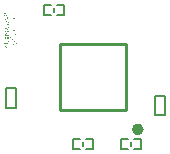
<source format=gbo>
G04*
G04 #@! TF.GenerationSoftware,Altium Limited,Altium Designer,18.1.9 (240)*
G04*
G04 Layer_Color=32896*
%FSLAX25Y25*%
%MOIN*%
G70*
G01*
G75*
%ADD16C,0.00600*%
%ADD40C,0.01000*%
%ADD48C,0.02000*%
G36*
X324922Y304702D02*
X324925Y304655D01*
Y304521D01*
X324928Y304497D01*
Y304414D01*
X324925Y304353D01*
X324922Y304294D01*
X324914Y304242D01*
X324906Y304192D01*
X324895Y304145D01*
X324884Y304103D01*
X324873Y304064D01*
X324859Y304029D01*
X324845Y303998D01*
X324834Y303970D01*
X324823Y303948D01*
X324812Y303929D01*
X324803Y303915D01*
X324795Y303904D01*
X324792Y303898D01*
X324790Y303895D01*
X324762Y303862D01*
X324734Y303835D01*
X324704Y303807D01*
X324670Y303787D01*
X324640Y303768D01*
X324609Y303754D01*
X324549Y303729D01*
X324496Y303718D01*
X324474Y303713D01*
X324454Y303710D01*
X324438Y303707D01*
X324427D01*
X324418D01*
X324416D01*
X324371Y303710D01*
X324330Y303721D01*
X324294Y303735D01*
X324260Y303751D01*
X324236Y303771D01*
X324216Y303785D01*
X324202Y303796D01*
X324200Y303799D01*
X324166Y303835D01*
X324141Y303871D01*
X324119Y303909D01*
X324103Y303945D01*
X324089Y303979D01*
X324080Y304004D01*
X324078Y304023D01*
X324075Y304026D01*
Y304029D01*
X324069D01*
X324053Y303981D01*
X324033Y303937D01*
X324011Y303901D01*
X323989Y303871D01*
X323967Y303846D01*
X323950Y303829D01*
X323939Y303818D01*
X323934Y303815D01*
X323895Y303790D01*
X323853Y303771D01*
X323812Y303757D01*
X323773Y303746D01*
X323740Y303740D01*
X323715Y303738D01*
X323704D01*
X323695D01*
X323693D01*
X323690D01*
X323632Y303743D01*
X323585Y303754D01*
X323540Y303774D01*
X323507Y303793D01*
X323479Y303812D01*
X323460Y303832D01*
X323446Y303843D01*
X323443Y303848D01*
X323416Y303893D01*
X323394Y303940D01*
X323380Y303990D01*
X323369Y304040D01*
X323363Y304081D01*
X323360Y304100D01*
X323358Y304117D01*
Y304256D01*
X323360Y304278D01*
Y304350D01*
X323363Y304380D01*
Y304591D01*
X323418Y304594D01*
X323479Y304596D01*
X323601Y304607D01*
X323726Y304619D01*
X323784Y304624D01*
X323842Y304630D01*
X323895Y304635D01*
X323945Y304641D01*
X323989Y304643D01*
X324028Y304649D01*
X324058Y304652D01*
X324083Y304655D01*
X324097Y304657D01*
X324103D01*
X324366Y304688D01*
X324443Y304696D01*
X324515Y304704D01*
X324582Y304710D01*
X324637Y304718D01*
X324690Y304724D01*
X324734Y304729D01*
X324776Y304732D01*
X324809Y304738D01*
X324839Y304740D01*
X324862Y304743D01*
X324881Y304746D01*
X324898Y304749D01*
X324909D01*
X324917Y304751D01*
X324920D01*
X324922D01*
Y304702D01*
D02*
G37*
G36*
X327126Y303263D02*
X327024Y303224D01*
X327029Y303340D01*
X327032Y303459D01*
X327035Y303576D01*
Y303684D01*
X327038Y303733D01*
Y303919D01*
X327035D01*
X327002Y303866D01*
X326968Y303817D01*
X326938Y303769D01*
X326910Y303728D01*
X326883Y303686D01*
X326858Y303650D01*
X326833Y303620D01*
X326813Y303589D01*
X326794Y303565D01*
X326777Y303542D01*
X326764Y303523D01*
X326752Y303509D01*
X326741Y303495D01*
X326736Y303487D01*
X326730Y303484D01*
Y303481D01*
X326686Y303432D01*
X326642Y303387D01*
X326603Y303351D01*
X326564Y303321D01*
X326534Y303299D01*
X326511Y303285D01*
X326495Y303274D01*
X326489Y303271D01*
X326442Y303249D01*
X326392Y303232D01*
X326345Y303218D01*
X326301Y303210D01*
X326265Y303204D01*
X326234Y303202D01*
X326223D01*
X326215D01*
X326209D01*
X326207D01*
X326149Y303207D01*
X326096Y303218D01*
X326052Y303238D01*
X326013Y303257D01*
X325985Y303276D01*
X325963Y303296D01*
X325952Y303307D01*
X325946Y303312D01*
X325916Y303357D01*
X325891Y303409D01*
X325874Y303462D01*
X325863Y303515D01*
X325858Y303562D01*
X325855Y303581D01*
X325852Y303598D01*
Y303675D01*
X325855Y303717D01*
X325858Y303733D01*
Y303747D01*
X325860Y303756D01*
Y303758D01*
X325869Y303805D01*
X325871Y303828D01*
X325877Y303844D01*
X325880Y303861D01*
X325883Y303872D01*
X325885Y303880D01*
Y303883D01*
X325993Y303922D01*
X325985Y303889D01*
X325977Y303858D01*
X325971Y303833D01*
X325969Y303811D01*
X325963Y303792D01*
Y303781D01*
X325960Y303772D01*
Y303769D01*
X325955Y303725D01*
X325952Y303684D01*
Y303642D01*
X325955Y303587D01*
X325963Y303537D01*
X325974Y303495D01*
X325985Y303462D01*
X325996Y303434D01*
X326007Y303415D01*
X326016Y303401D01*
X326018Y303398D01*
X326046Y303368D01*
X326077Y303346D01*
X326110Y303332D01*
X326140Y303321D01*
X326171Y303315D01*
X326193Y303310D01*
X326209D01*
X326212D01*
X326215D01*
X326265Y303312D01*
X326315Y303321D01*
X326362Y303335D01*
X326406Y303354D01*
X326448Y303373D01*
X326489Y303398D01*
X326528Y303423D01*
X326561Y303448D01*
X326594Y303476D01*
X326622Y303501D01*
X326647Y303526D01*
X326666Y303545D01*
X326683Y303565D01*
X326694Y303578D01*
X326702Y303587D01*
X326705Y303589D01*
X326744Y303639D01*
X326780Y303686D01*
X326813Y303731D01*
X326844Y303775D01*
X326869Y303811D01*
X326894Y303847D01*
X326913Y303880D01*
X326932Y303908D01*
X326949Y303936D01*
X326963Y303958D01*
X326974Y303977D01*
X326982Y303994D01*
X326988Y304005D01*
X326993Y304013D01*
X326996Y304019D01*
Y304022D01*
X327126Y304052D01*
Y303263D01*
D02*
G37*
G36*
X325446Y303488D02*
X325432Y303422D01*
X325416Y303366D01*
X325393Y303317D01*
X325371Y303281D01*
X325355Y303253D01*
X325341Y303236D01*
X325335Y303231D01*
X325288Y303186D01*
X325233Y303150D01*
X325175Y303117D01*
X325119Y303092D01*
X325069Y303073D01*
X325047Y303064D01*
X325028Y303059D01*
X325014Y303053D01*
X325003Y303051D01*
X324994Y303048D01*
X324992D01*
X324947Y303034D01*
X324898Y303017D01*
X324848Y302998D01*
X324795Y302976D01*
X324687Y302929D01*
X324582Y302879D01*
X324532Y302854D01*
X324488Y302829D01*
X324446Y302810D01*
X324410Y302790D01*
X324382Y302774D01*
X324360Y302763D01*
X324346Y302754D01*
X324341Y302751D01*
X324263Y302710D01*
X324194Y302671D01*
X324130Y302641D01*
X324072Y302613D01*
X324022Y302588D01*
X323975Y302569D01*
X323934Y302552D01*
X323898Y302541D01*
X323867Y302530D01*
X323839Y302524D01*
X323820Y302519D01*
X323801Y302513D01*
X323790D01*
X323781Y302510D01*
X323776D01*
X323773D01*
X323784Y302641D01*
X323806Y302643D01*
X323834Y302646D01*
X323892Y302663D01*
X323959Y302685D01*
X324022Y302710D01*
X324083Y302738D01*
X324111Y302749D01*
X324133Y302760D01*
X324152Y302768D01*
X324166Y302776D01*
X324177Y302779D01*
X324180Y302782D01*
X324283Y302832D01*
X324380Y302876D01*
X324421Y302896D01*
X324463Y302915D01*
X324501Y302932D01*
X324537Y302948D01*
X324568Y302962D01*
X324596Y302976D01*
X324621Y302987D01*
X324640Y302995D01*
X324657Y303004D01*
X324668Y303006D01*
X324676Y303012D01*
X324679D01*
X324723Y303031D01*
X324740Y303040D01*
X324751Y303042D01*
X324756Y303048D01*
X324759D01*
Y303062D01*
X324740D01*
X324720Y303067D01*
X324673Y303076D01*
X324651Y303081D01*
X324634Y303084D01*
X324623Y303089D01*
X324618D01*
X324573Y303100D01*
X324526Y303114D01*
X324474Y303128D01*
X324421Y303145D01*
X324374Y303159D01*
X324355Y303164D01*
X324338Y303170D01*
X324321Y303175D01*
X324310Y303178D01*
X324305Y303181D01*
X324302D01*
X324222Y303206D01*
X324180Y303220D01*
X324144Y303231D01*
X324108Y303242D01*
X324078Y303253D01*
X324050Y303261D01*
X324022Y303270D01*
X324000Y303275D01*
X323981Y303283D01*
X323950Y303292D01*
X323928Y303297D01*
X323914Y303303D01*
X323911D01*
X323881Y303311D01*
X323853Y303317D01*
X323831Y303319D01*
X323809Y303322D01*
X323795Y303325D01*
X323781D01*
X323776D01*
X323773D01*
X323787Y303447D01*
X323812Y303444D01*
X323842Y303441D01*
X323878Y303433D01*
X323917Y303422D01*
X323959Y303411D01*
X324003Y303397D01*
X324094Y303366D01*
X324139Y303353D01*
X324180Y303339D01*
X324216Y303325D01*
X324252Y303314D01*
X324280Y303303D01*
X324299Y303294D01*
X324313Y303292D01*
X324319Y303289D01*
X324393Y303261D01*
X324465Y303236D01*
X324529Y303217D01*
X324587Y303198D01*
X324640Y303181D01*
X324687Y303170D01*
X324731Y303159D01*
X324767Y303150D01*
X324801Y303145D01*
X324828Y303139D01*
X324851Y303136D01*
X324870Y303134D01*
X324884Y303131D01*
X324892D01*
X324898D01*
X324900D01*
X324936Y303134D01*
X324970Y303136D01*
X325003Y303145D01*
X325033Y303153D01*
X325058Y303162D01*
X325078Y303167D01*
X325089Y303173D01*
X325094Y303175D01*
X325130Y303195D01*
X325166Y303217D01*
X325197Y303242D01*
X325222Y303267D01*
X325244Y303289D01*
X325260Y303308D01*
X325272Y303319D01*
X325274Y303325D01*
X325302Y303364D01*
X325321Y303405D01*
X325335Y303444D01*
X325344Y303483D01*
X325349Y303516D01*
X325355Y303541D01*
Y303563D01*
X325452D01*
X325446Y303488D01*
D02*
G37*
G36*
X326711Y302930D02*
X326783Y302919D01*
X326849Y302903D01*
X326902Y302883D01*
X326924Y302872D01*
X326943Y302864D01*
X326963Y302855D01*
X326977Y302847D01*
X326988Y302839D01*
X326996Y302836D01*
X326999Y302831D01*
X327002D01*
X327027Y302808D01*
X327046Y302786D01*
X327065Y302764D01*
X327082Y302739D01*
X327107Y302686D01*
X327124Y302637D01*
X327132Y302592D01*
X327135Y302573D01*
X327137Y302556D01*
X327140Y302542D01*
Y302523D01*
X327137Y302487D01*
X327135Y302451D01*
X327121Y302387D01*
X327101Y302332D01*
X327077Y302282D01*
X327054Y302246D01*
X327035Y302216D01*
X327027Y302207D01*
X327021Y302199D01*
X327015Y302196D01*
Y302193D01*
X326966Y302149D01*
X326916Y302110D01*
X326866Y302077D01*
X326819Y302049D01*
X326777Y302030D01*
X326758Y302022D01*
X326744Y302016D01*
X326730Y302010D01*
X326722Y302008D01*
X326716Y302005D01*
X326714D01*
X326647Y301986D01*
X326586Y301969D01*
X326531Y301958D01*
X326478Y301952D01*
X326437Y301947D01*
X326420D01*
X326406Y301944D01*
X326395D01*
X326387D01*
X326381D01*
X326378D01*
X326298Y301952D01*
X326226Y301963D01*
X326162Y301983D01*
X326113Y302002D01*
X326090Y302010D01*
X326071Y302019D01*
X326054Y302030D01*
X326041Y302035D01*
X326029Y302044D01*
X326021Y302046D01*
X326018Y302052D01*
X326016D01*
X325991Y302071D01*
X325971Y302094D01*
X325952Y302116D01*
X325938Y302144D01*
X325913Y302193D01*
X325897Y302246D01*
X325888Y302293D01*
X325883Y302315D01*
Y302332D01*
X325880Y302346D01*
Y302401D01*
X325885Y302432D01*
X325899Y302492D01*
X325919Y302545D01*
X325941Y302590D01*
X325963Y302628D01*
X325982Y302656D01*
X325991Y302664D01*
X325996Y302673D01*
X325999Y302675D01*
X326002Y302678D01*
X326049Y302722D01*
X326099Y302761D01*
X326146Y302794D01*
X326193Y302822D01*
X326234Y302844D01*
X326265Y302858D01*
X326279Y302864D01*
X326287Y302869D01*
X326293Y302872D01*
X326295D01*
X326359Y302894D01*
X326420Y302908D01*
X326478Y302919D01*
X326528Y302927D01*
X326570Y302933D01*
X326586D01*
X326600Y302936D01*
X326611D01*
X326619D01*
X326625D01*
X326628D01*
X326711Y302930D01*
D02*
G37*
G36*
X327126Y300958D02*
X327024Y300919D01*
X327029Y301035D01*
X327032Y301155D01*
X327035Y301271D01*
Y301379D01*
X327038Y301429D01*
Y301614D01*
X327035D01*
X327002Y301562D01*
X326968Y301512D01*
X326938Y301465D01*
X326910Y301423D01*
X326883Y301382D01*
X326858Y301346D01*
X326833Y301315D01*
X326813Y301285D01*
X326794Y301260D01*
X326777Y301238D01*
X326764Y301218D01*
X326752Y301204D01*
X326741Y301191D01*
X326736Y301182D01*
X326730Y301180D01*
Y301177D01*
X326686Y301127D01*
X326642Y301083D01*
X326603Y301047D01*
X326564Y301016D01*
X326534Y300994D01*
X326511Y300980D01*
X326495Y300969D01*
X326489Y300966D01*
X326442Y300944D01*
X326392Y300927D01*
X326345Y300914D01*
X326301Y300905D01*
X326265Y300900D01*
X326234Y300897D01*
X326223D01*
X326215D01*
X326209D01*
X326207D01*
X326149Y300903D01*
X326096Y300914D01*
X326052Y300933D01*
X326013Y300952D01*
X325985Y300972D01*
X325963Y300991D01*
X325952Y301002D01*
X325946Y301008D01*
X325916Y301052D01*
X325891Y301105D01*
X325874Y301157D01*
X325863Y301210D01*
X325858Y301257D01*
X325855Y301276D01*
X325852Y301293D01*
Y301371D01*
X325855Y301412D01*
X325858Y301429D01*
Y301443D01*
X325860Y301451D01*
Y301454D01*
X325869Y301501D01*
X325871Y301523D01*
X325877Y301540D01*
X325880Y301556D01*
X325883Y301567D01*
X325885Y301576D01*
Y301578D01*
X325993Y301617D01*
X325985Y301584D01*
X325977Y301554D01*
X325971Y301529D01*
X325969Y301506D01*
X325963Y301487D01*
Y301476D01*
X325960Y301468D01*
Y301465D01*
X325955Y301420D01*
X325952Y301379D01*
Y301337D01*
X325955Y301282D01*
X325963Y301232D01*
X325974Y301191D01*
X325985Y301157D01*
X325996Y301130D01*
X326007Y301110D01*
X326016Y301096D01*
X326018Y301094D01*
X326046Y301063D01*
X326077Y301041D01*
X326110Y301027D01*
X326140Y301016D01*
X326171Y301011D01*
X326193Y301005D01*
X326209D01*
X326212D01*
X326215D01*
X326265Y301008D01*
X326315Y301016D01*
X326362Y301030D01*
X326406Y301049D01*
X326448Y301069D01*
X326489Y301094D01*
X326528Y301119D01*
X326561Y301144D01*
X326594Y301171D01*
X326622Y301196D01*
X326647Y301221D01*
X326666Y301240D01*
X326683Y301260D01*
X326694Y301274D01*
X326702Y301282D01*
X326705Y301285D01*
X326744Y301335D01*
X326780Y301382D01*
X326813Y301426D01*
X326844Y301470D01*
X326869Y301506D01*
X326894Y301542D01*
X326913Y301576D01*
X326932Y301603D01*
X326949Y301631D01*
X326963Y301653D01*
X326974Y301673D01*
X326982Y301689D01*
X326988Y301700D01*
X326993Y301709D01*
X326996Y301714D01*
Y301717D01*
X327126Y301747D01*
Y300958D01*
D02*
G37*
G36*
X324296Y301882D02*
X324357Y301876D01*
X324410Y301868D01*
X324463Y301857D01*
X324510Y301843D01*
X324554Y301829D01*
X324593Y301813D01*
X324629Y301796D01*
X324662Y301782D01*
X324690Y301765D01*
X324712Y301751D01*
X324731Y301738D01*
X324748Y301727D01*
X324759Y301718D01*
X324765Y301713D01*
X324767Y301710D01*
X324801Y301674D01*
X324828Y301638D01*
X324853Y301596D01*
X324875Y301558D01*
X324895Y301513D01*
X324909Y301472D01*
X324931Y301391D01*
X324939Y301353D01*
X324945Y301319D01*
X324950Y301286D01*
X324953Y301258D01*
X324956Y301236D01*
Y301162D01*
X324953Y301120D01*
X324950Y301084D01*
X324947Y301054D01*
X324945Y301026D01*
X324942Y301009D01*
X324939Y300995D01*
Y300993D01*
X324925Y300926D01*
X324917Y300898D01*
X324909Y300873D01*
X324900Y300851D01*
X324895Y300835D01*
X324889Y300824D01*
Y300821D01*
X324856Y300818D01*
X324820D01*
X324781Y300815D01*
X324743Y300813D01*
X324709Y300810D01*
X324681Y300807D01*
X324670Y300804D01*
X324662D01*
X324659D01*
X324657D01*
X324598Y300799D01*
X324543Y300790D01*
X324490Y300785D01*
X324441Y300777D01*
X324402Y300771D01*
X324371Y300765D01*
X324360D01*
X324352Y300763D01*
X324346D01*
X324344D01*
X324260Y300752D01*
Y300876D01*
X324324Y300885D01*
X324360Y300887D01*
X324393Y300890D01*
X324424Y300893D01*
X324452Y300896D01*
X324474Y300898D01*
X324490D01*
X324501Y300901D01*
X324504D01*
X324537Y300904D01*
X324576Y300907D01*
X324618Y300912D01*
X324657Y300915D01*
X324693Y300918D01*
X324723D01*
X324734Y300921D01*
X324743D01*
X324748D01*
X324751D01*
X324826Y300926D01*
X324831Y300962D01*
X324837Y300987D01*
X324842Y301012D01*
X324845Y301031D01*
X324848Y301048D01*
X324851Y301062D01*
X324853Y301073D01*
Y301081D01*
X324856Y301120D01*
Y301203D01*
X324853Y301253D01*
X324848Y301297D01*
X324839Y301342D01*
X324831Y301380D01*
X324817Y301419D01*
X324803Y301452D01*
X324790Y301486D01*
X324773Y301513D01*
X324756Y301538D01*
X324743Y301560D01*
X324729Y301577D01*
X324715Y301594D01*
X324707Y301605D01*
X324698Y301613D01*
X324693Y301619D01*
X324690Y301621D01*
X324657Y301646D01*
X324621Y301668D01*
X324582Y301691D01*
X324543Y301707D01*
X324463Y301732D01*
X324388Y301749D01*
X324352Y301757D01*
X324319Y301760D01*
X324288Y301763D01*
X324260Y301765D01*
X324241Y301768D01*
X324224D01*
X324213D01*
X324211D01*
X324152Y301765D01*
X324097Y301760D01*
X324044Y301749D01*
X323995Y301738D01*
X323948Y301721D01*
X323903Y301704D01*
X323862Y301685D01*
X323826Y301666D01*
X323790Y301649D01*
X323762Y301630D01*
X323734Y301613D01*
X323712Y301596D01*
X323695Y301585D01*
X323684Y301574D01*
X323676Y301569D01*
X323673Y301566D01*
X323635Y301527D01*
X323599Y301486D01*
X323568Y301444D01*
X323543Y301402D01*
X323521Y301358D01*
X323504Y301317D01*
X323488Y301278D01*
X323477Y301239D01*
X323468Y301203D01*
X323460Y301170D01*
X323454Y301142D01*
X323452Y301117D01*
Y301095D01*
X323449Y301081D01*
Y301067D01*
X323452Y301015D01*
X323457Y300962D01*
X323463Y300912D01*
X323471Y300865D01*
X323482Y300826D01*
X323488Y300796D01*
X323490Y300785D01*
X323493Y300777D01*
X323496Y300771D01*
Y300768D01*
X323385Y300732D01*
X323371Y300779D01*
X323366Y300801D01*
X323363Y300824D01*
X323360Y300843D01*
X323358Y300857D01*
X323355Y300868D01*
Y300871D01*
X323346Y300923D01*
X323344Y300948D01*
Y300970D01*
X323341Y300990D01*
Y301015D01*
X323344Y301084D01*
X323352Y301148D01*
X323366Y301211D01*
X323382Y301270D01*
X323402Y301325D01*
X323424Y301375D01*
X323446Y301425D01*
X323471Y301466D01*
X323496Y301505D01*
X323518Y301538D01*
X323540Y301569D01*
X323560Y301594D01*
X323576Y301613D01*
X323590Y301627D01*
X323599Y301635D01*
X323601Y301638D01*
X323651Y301682D01*
X323704Y301718D01*
X323756Y301751D01*
X323809Y301779D01*
X323862Y301804D01*
X323914Y301824D01*
X323967Y301840D01*
X324014Y301854D01*
X324061Y301865D01*
X324103Y301871D01*
X324141Y301876D01*
X324172Y301882D01*
X324200D01*
X324219Y301885D01*
X324230D01*
X324236D01*
X324296Y301882D01*
D02*
G37*
G36*
X327126Y299936D02*
X327024Y299897D01*
X327029Y300013D01*
X327032Y300132D01*
X327035Y300249D01*
Y300357D01*
X327038Y300407D01*
Y300592D01*
X327035D01*
X327002Y300540D01*
X326968Y300490D01*
X326938Y300443D01*
X326910Y300401D01*
X326883Y300360D01*
X326858Y300324D01*
X326833Y300293D01*
X326813Y300263D01*
X326794Y300238D01*
X326777Y300216D01*
X326764Y300196D01*
X326752Y300182D01*
X326741Y300168D01*
X326736Y300160D01*
X326730Y300157D01*
Y300155D01*
X326686Y300105D01*
X326642Y300060D01*
X326603Y300024D01*
X326564Y299994D01*
X326534Y299972D01*
X326511Y299958D01*
X326495Y299947D01*
X326489Y299944D01*
X326442Y299922D01*
X326392Y299905D01*
X326345Y299891D01*
X326301Y299883D01*
X326265Y299878D01*
X326234Y299875D01*
X326223D01*
X326215D01*
X326209D01*
X326207D01*
X326149Y299880D01*
X326096Y299891D01*
X326052Y299911D01*
X326013Y299930D01*
X325985Y299950D01*
X325963Y299969D01*
X325952Y299980D01*
X325946Y299986D01*
X325916Y300030D01*
X325891Y300083D01*
X325874Y300135D01*
X325863Y300188D01*
X325858Y300235D01*
X325855Y300254D01*
X325852Y300271D01*
Y300348D01*
X325855Y300390D01*
X325858Y300407D01*
Y300421D01*
X325860Y300429D01*
Y300432D01*
X325869Y300479D01*
X325871Y300501D01*
X325877Y300518D01*
X325880Y300534D01*
X325883Y300545D01*
X325885Y300553D01*
Y300556D01*
X325993Y300595D01*
X325985Y300562D01*
X325977Y300531D01*
X325971Y300506D01*
X325969Y300484D01*
X325963Y300465D01*
Y300454D01*
X325960Y300446D01*
Y300443D01*
X325955Y300398D01*
X325952Y300357D01*
Y300315D01*
X325955Y300260D01*
X325963Y300210D01*
X325974Y300168D01*
X325985Y300135D01*
X325996Y300108D01*
X326007Y300088D01*
X326016Y300074D01*
X326018Y300072D01*
X326046Y300041D01*
X326077Y300019D01*
X326110Y300005D01*
X326140Y299994D01*
X326171Y299988D01*
X326193Y299983D01*
X326209D01*
X326212D01*
X326215D01*
X326265Y299986D01*
X326315Y299994D01*
X326362Y300008D01*
X326406Y300027D01*
X326448Y300047D01*
X326489Y300072D01*
X326528Y300097D01*
X326561Y300121D01*
X326594Y300149D01*
X326622Y300174D01*
X326647Y300199D01*
X326666Y300218D01*
X326683Y300238D01*
X326694Y300252D01*
X326702Y300260D01*
X326705Y300263D01*
X326744Y300312D01*
X326780Y300360D01*
X326813Y300404D01*
X326844Y300448D01*
X326869Y300484D01*
X326894Y300520D01*
X326913Y300553D01*
X326932Y300581D01*
X326949Y300609D01*
X326963Y300631D01*
X326974Y300651D01*
X326982Y300667D01*
X326988Y300678D01*
X326993Y300687D01*
X326996Y300692D01*
Y300695D01*
X327126Y300725D01*
Y299936D01*
D02*
G37*
G36*
X324662Y300439D02*
X324717Y300428D01*
X324765Y300411D01*
X324806Y300392D01*
X324839Y300369D01*
X324870Y300342D01*
X324892Y300314D01*
X324911Y300283D01*
X324925Y300253D01*
X324936Y300225D01*
X324945Y300198D01*
X324950Y300175D01*
X324953Y300153D01*
X324956Y300139D01*
Y300126D01*
X324953Y300070D01*
X324942Y300020D01*
X324928Y299976D01*
X324914Y299937D01*
X324898Y299907D01*
X324886Y299885D01*
X324875Y299871D01*
X324873Y299865D01*
X324837Y299826D01*
X324798Y299790D01*
X324756Y299757D01*
X324715Y299729D01*
X324679Y299707D01*
X324651Y299691D01*
X324640Y299685D01*
X324632Y299680D01*
X324626Y299677D01*
X324623D01*
Y299674D01*
X324668D01*
X324707D01*
X324743D01*
X324776D01*
X324803D01*
X324831Y299671D01*
X324853D01*
X324873D01*
X324889D01*
X324903D01*
X324925Y299669D01*
X324936D01*
X324939D01*
X324920Y299547D01*
X324823Y299558D01*
X324779Y299560D01*
X324737Y299563D01*
X324701Y299566D01*
X324673D01*
X324662D01*
X324654D01*
X324651D01*
X324648D01*
X324598D01*
X324543Y299563D01*
X324490Y299560D01*
X324441Y299558D01*
X324396Y299555D01*
X324377Y299552D01*
X324360D01*
X324349D01*
X324338Y299549D01*
X324332D01*
X324330D01*
X324291Y299547D01*
X324252Y299541D01*
X324208Y299535D01*
X324161Y299530D01*
X324067Y299519D01*
X323975Y299508D01*
X323931Y299502D01*
X323892Y299500D01*
X323856Y299494D01*
X323823Y299491D01*
X323798Y299488D01*
X323779Y299486D01*
X323767Y299483D01*
X323762D01*
X323787Y299608D01*
X323809D01*
X323837D01*
X323892Y299610D01*
X323950Y299613D01*
X324008Y299619D01*
X324061Y299621D01*
X324086Y299624D01*
X324105Y299627D01*
X324122D01*
X324133Y299630D01*
X324141D01*
X324144D01*
X324247Y299638D01*
X324285Y299641D01*
X324324Y299649D01*
X324396Y299669D01*
X324465Y299693D01*
X324529Y299718D01*
X324557Y299732D01*
X324582Y299746D01*
X324604Y299757D01*
X324621Y299768D01*
X324637Y299777D01*
X324648Y299785D01*
X324654Y299788D01*
X324657Y299790D01*
X324693Y299815D01*
X324723Y299843D01*
X324751Y299871D01*
X324776Y299896D01*
X324795Y299921D01*
X324812Y299945D01*
X324826Y299970D01*
X324837Y299993D01*
X324851Y300034D01*
X324859Y300065D01*
Y300076D01*
X324862Y300084D01*
Y300092D01*
X324859Y300139D01*
X324851Y300181D01*
X324839Y300214D01*
X324828Y300239D01*
X324817Y300258D01*
X324806Y300272D01*
X324798Y300281D01*
X324795Y300283D01*
X324767Y300300D01*
X324731Y300314D01*
X324695Y300322D01*
X324657Y300330D01*
X324623Y300333D01*
X324596Y300336D01*
X324585D01*
X324576D01*
X324573D01*
X324571D01*
X324535D01*
X324499Y300333D01*
X324485D01*
X324474D01*
X324465D01*
X324463D01*
X324438D01*
X324410Y300330D01*
X324385Y300328D01*
X324357D01*
X324335Y300325D01*
X324319Y300322D01*
X324308D01*
X324302D01*
X324108Y300308D01*
X324089Y300306D01*
X324064D01*
X324033Y300303D01*
X324003Y300300D01*
X323972Y300297D01*
X323948Y300294D01*
X323931Y300292D01*
X323928D01*
X323925D01*
X323900Y300289D01*
X323875Y300286D01*
X323837Y300281D01*
X323809Y300278D01*
X323787D01*
X323773Y300275D01*
X323765D01*
X323759D01*
X323787Y300397D01*
X323815D01*
X323845D01*
X323911Y300400D01*
X323981Y300403D01*
X324050Y300405D01*
X324083Y300408D01*
X324114Y300411D01*
X324141D01*
X324164Y300414D01*
X324183D01*
X324197Y300416D01*
X324208D01*
X324211D01*
X324213D01*
X324219D01*
X324227D01*
X324238Y300419D01*
X324269Y300422D01*
X324299D01*
X324332Y300425D01*
X324360Y300428D01*
X324371Y300430D01*
X324380D01*
X324385D01*
X324388D01*
X324418Y300433D01*
X324446D01*
X324471Y300436D01*
X324493D01*
X324532Y300439D01*
X324560D01*
X324579Y300441D01*
X324593D01*
X324598D01*
X324601D01*
X324662Y300439D01*
D02*
G37*
G36*
X327063Y299653D02*
X327088Y299645D01*
X327101Y299637D01*
X327107Y299634D01*
X327121Y299612D01*
X327126Y299590D01*
X327129Y299578D01*
Y299562D01*
X327126Y299542D01*
X327124Y299526D01*
X327110Y299498D01*
X327096Y299482D01*
X327093Y299476D01*
X327090D01*
X327074Y299465D01*
X327060Y299457D01*
X327027Y299446D01*
X327013D01*
X327002Y299443D01*
X326996D01*
X326993D01*
X326963Y299446D01*
X326941Y299454D01*
X326930Y299462D01*
X326924Y299465D01*
X326907Y299484D01*
X326899Y299506D01*
X326896Y299523D01*
Y299531D01*
X326899Y299551D01*
X326902Y299570D01*
X326913Y299598D01*
X326921Y299609D01*
X326927Y299617D01*
X326930Y299620D01*
X326932Y299623D01*
X326946Y299634D01*
X326960Y299642D01*
X326991Y299651D01*
X327004Y299653D01*
X327015Y299656D01*
X327024D01*
X327027D01*
X327046D01*
X327063Y299653D01*
D02*
G37*
G36*
X324598Y299267D02*
X324654Y299258D01*
X324704Y299248D01*
X324748Y299234D01*
X324781Y299220D01*
X324806Y299209D01*
X324823Y299200D01*
X324826Y299198D01*
X324828D01*
X324867Y299167D01*
X324895Y299131D01*
X324917Y299095D01*
X324931Y299062D01*
X324939Y299031D01*
X324942Y299004D01*
X324945Y298987D01*
Y298981D01*
X324942Y298937D01*
X324934Y298896D01*
X324920Y298857D01*
X324906Y298824D01*
X324895Y298796D01*
X324881Y298774D01*
X324873Y298763D01*
X324870Y298757D01*
X324837Y298718D01*
X324801Y298685D01*
X324762Y298652D01*
X324726Y298627D01*
X324693Y298605D01*
X324665Y298588D01*
X324654Y298583D01*
X324645Y298577D01*
X324643Y298574D01*
X324640D01*
Y298569D01*
X324707D01*
X324767Y298566D01*
X324817D01*
X324859Y298563D01*
X324892D01*
X324914Y298561D01*
X324928D01*
X324934D01*
X324920Y298450D01*
X324884Y298455D01*
X324848Y298458D01*
X324812Y298461D01*
X324779D01*
X324751Y298464D01*
X324726D01*
X324712D01*
X324707D01*
X324607Y298461D01*
X324549Y298458D01*
X324490Y298455D01*
X324429Y298450D01*
X324371Y298444D01*
X324321Y298439D01*
X324302Y298436D01*
X324283Y298433D01*
X324269Y298430D01*
X324255Y298428D01*
X324249D01*
X324247D01*
X324164Y298414D01*
X324075Y298397D01*
X323989Y298383D01*
X323906Y298367D01*
X323870Y298358D01*
X323837Y298353D01*
X323806Y298347D01*
X323779Y298342D01*
X323759Y298336D01*
X323743Y298333D01*
X323731Y298331D01*
X323729D01*
X323745Y298405D01*
X323784Y298458D01*
Y298469D01*
X323787Y298536D01*
X323792Y298597D01*
X323803Y298657D01*
X323817Y298713D01*
X323834Y298763D01*
X323853Y298813D01*
X323873Y298854D01*
X323892Y298896D01*
X323914Y298932D01*
X323934Y298962D01*
X323953Y298987D01*
X323970Y299009D01*
X323984Y299029D01*
X323995Y299040D01*
X324000Y299048D01*
X324003Y299051D01*
X324044Y299090D01*
X324089Y299123D01*
X324133Y299153D01*
X324177Y299178D01*
X324224Y299198D01*
X324266Y299217D01*
X324310Y299231D01*
X324352Y299242D01*
X324388Y299250D01*
X324424Y299258D01*
X324454Y299264D01*
X324482Y299267D01*
X324504D01*
X324521Y299270D01*
X324532D01*
X324535D01*
X324598Y299267D01*
D02*
G37*
G36*
X326711Y298986D02*
X326783Y298975D01*
X326849Y298958D01*
X326902Y298939D01*
X326924Y298927D01*
X326943Y298919D01*
X326963Y298911D01*
X326977Y298903D01*
X326988Y298894D01*
X326996Y298891D01*
X326999Y298886D01*
X327002D01*
X327027Y298864D01*
X327046Y298842D01*
X327065Y298819D01*
X327082Y298795D01*
X327107Y298742D01*
X327124Y298692D01*
X327132Y298648D01*
X327135Y298628D01*
X327137Y298612D01*
X327140Y298598D01*
Y298579D01*
X327137Y298542D01*
X327135Y298506D01*
X327121Y298443D01*
X327101Y298387D01*
X327077Y298338D01*
X327054Y298302D01*
X327035Y298271D01*
X327027Y298263D01*
X327021Y298254D01*
X327015Y298252D01*
Y298249D01*
X326966Y298205D01*
X326916Y298166D01*
X326866Y298132D01*
X326819Y298105D01*
X326777Y298085D01*
X326758Y298077D01*
X326744Y298072D01*
X326730Y298066D01*
X326722Y298063D01*
X326716Y298060D01*
X326714D01*
X326647Y298041D01*
X326586Y298025D01*
X326531Y298013D01*
X326478Y298008D01*
X326437Y298002D01*
X326420D01*
X326406Y298000D01*
X326395D01*
X326387D01*
X326381D01*
X326378D01*
X326298Y298008D01*
X326226Y298019D01*
X326162Y298038D01*
X326113Y298058D01*
X326090Y298066D01*
X326071Y298074D01*
X326054Y298085D01*
X326041Y298091D01*
X326029Y298099D01*
X326021Y298102D01*
X326018Y298108D01*
X326016D01*
X325991Y298127D01*
X325971Y298149D01*
X325952Y298171D01*
X325938Y298199D01*
X325913Y298249D01*
X325897Y298302D01*
X325888Y298349D01*
X325883Y298371D01*
Y298387D01*
X325880Y298401D01*
Y298457D01*
X325885Y298487D01*
X325899Y298548D01*
X325919Y298601D01*
X325941Y298645D01*
X325963Y298684D01*
X325982Y298711D01*
X325991Y298720D01*
X325996Y298728D01*
X325999Y298731D01*
X326002Y298734D01*
X326049Y298778D01*
X326099Y298817D01*
X326146Y298850D01*
X326193Y298878D01*
X326234Y298900D01*
X326265Y298914D01*
X326279Y298919D01*
X326287Y298925D01*
X326293Y298927D01*
X326295D01*
X326359Y298950D01*
X326420Y298963D01*
X326478Y298975D01*
X326528Y298983D01*
X326570Y298989D01*
X326586D01*
X326600Y298991D01*
X326611D01*
X326619D01*
X326625D01*
X326628D01*
X326711Y298986D01*
D02*
G37*
G36*
X324922Y297951D02*
X324903Y297948D01*
X324878D01*
X324851Y297946D01*
X324820Y297943D01*
X324759Y297940D01*
X324693Y297935D01*
X324634Y297932D01*
X324607Y297929D01*
X324585D01*
X324565D01*
X324551Y297926D01*
X324540D01*
X324537D01*
X324485Y297921D01*
X324435Y297915D01*
X324338Y297893D01*
X324296Y297882D01*
X324255Y297868D01*
X324219Y297854D01*
X324183Y297840D01*
X324152Y297827D01*
X324128Y297813D01*
X324103Y297801D01*
X324083Y297790D01*
X324067Y297782D01*
X324056Y297774D01*
X324050Y297771D01*
X324047Y297768D01*
X324011Y297741D01*
X323981Y297716D01*
X323953Y297688D01*
X323928Y297660D01*
X323909Y297635D01*
X323892Y297608D01*
X323878Y297586D01*
X323867Y297561D01*
X323853Y297522D01*
X323848Y297502D01*
X323845Y297488D01*
X323842Y297477D01*
Y297461D01*
X323845Y297414D01*
X323853Y297375D01*
X323864Y297342D01*
X323875Y297317D01*
X323886Y297297D01*
X323898Y297284D01*
X323906Y297275D01*
X323909Y297272D01*
X323936Y297253D01*
X323970Y297239D01*
X324003Y297231D01*
X324039Y297223D01*
X324072Y297220D01*
X324097Y297217D01*
X324108D01*
X324116D01*
X324119D01*
X324122D01*
X324202D01*
X324288Y297223D01*
X324371Y297225D01*
X324446Y297231D01*
X324482Y297234D01*
X324515Y297236D01*
X324543Y297239D01*
X324568Y297242D01*
X324587Y297245D01*
X324601D01*
X324612Y297248D01*
X324615D01*
X324665Y297253D01*
X324709Y297259D01*
X324748Y297261D01*
X324784Y297264D01*
X324815Y297267D01*
X324839Y297270D01*
X324862Y297272D01*
X324881Y297275D01*
X324895D01*
X324906D01*
X324922Y297278D01*
X324931D01*
X324934D01*
X324922Y297156D01*
X324839D01*
X324756Y297153D01*
X324676Y297148D01*
X324601Y297145D01*
X324568Y297142D01*
X324537Y297140D01*
X324510D01*
X324488Y297137D01*
X324468D01*
X324454Y297134D01*
X324446D01*
X324443D01*
X324396Y297131D01*
X324355Y297126D01*
X324316Y297123D01*
X324280Y297120D01*
X324249D01*
X324222Y297117D01*
X324197Y297115D01*
X324177D01*
X324158D01*
X324144Y297112D01*
X324122D01*
X324108D01*
X324105D01*
X324042Y297115D01*
X323986Y297123D01*
X323942Y297137D01*
X323903Y297151D01*
X323875Y297167D01*
X323853Y297178D01*
X323839Y297189D01*
X323837Y297192D01*
X323806Y297225D01*
X323784Y297264D01*
X323770Y297303D01*
X323759Y297342D01*
X323754Y297375D01*
X323748Y297405D01*
Y297430D01*
X323751Y297483D01*
X323759Y297530D01*
X323773Y297574D01*
X323787Y297613D01*
X323803Y297644D01*
X323815Y297669D01*
X323826Y297682D01*
X323828Y297688D01*
X323862Y297729D01*
X323900Y297765D01*
X323942Y297796D01*
X323981Y297824D01*
X324017Y297846D01*
X324044Y297860D01*
X324056Y297865D01*
X324064Y297871D01*
X324069Y297873D01*
X324072D01*
Y297876D01*
X324006D01*
X323948D01*
X323895Y297879D01*
X323850D01*
X323812Y297882D01*
X323784D01*
X323776Y297885D01*
X323767D01*
X323765D01*
X323762D01*
X323790Y298007D01*
X323842Y298001D01*
X323895Y297995D01*
X323948Y297993D01*
X323995Y297990D01*
X324036Y297987D01*
X324053D01*
X324069D01*
X324080D01*
X324089D01*
X324094D01*
X324097D01*
X324144D01*
X324200Y297990D01*
X324260Y297995D01*
X324324Y298001D01*
X324393Y298007D01*
X324463Y298012D01*
X324601Y298029D01*
X324668Y298037D01*
X324729Y298042D01*
X324787Y298051D01*
X324834Y298056D01*
X324875Y298062D01*
X324892Y298065D01*
X324906Y298067D01*
X324917D01*
X324925Y298070D01*
X324931D01*
X324934D01*
X324922Y297951D01*
D02*
G37*
G36*
X327522Y297670D02*
X327500Y297664D01*
X327470Y297651D01*
X327431Y297634D01*
X327390Y297612D01*
X327345Y297590D01*
X327295Y297562D01*
X327196Y297504D01*
X327146Y297476D01*
X327101Y297448D01*
X327057Y297421D01*
X327021Y297398D01*
X326988Y297379D01*
X326963Y297365D01*
X326949Y297354D01*
X326943Y297351D01*
X326855Y297296D01*
X326775Y297246D01*
X326697Y297199D01*
X326625Y297158D01*
X326558Y297119D01*
X326498Y297085D01*
X326445Y297055D01*
X326395Y297027D01*
X326351Y297005D01*
X326312Y296986D01*
X326281Y296969D01*
X326254Y296955D01*
X326234Y296944D01*
X326218Y296939D01*
X326209Y296933D01*
X326207D01*
X326160Y296914D01*
X326118Y296894D01*
X326079Y296881D01*
X326046Y296867D01*
X326013Y296856D01*
X325985Y296847D01*
X325960Y296839D01*
X325938Y296833D01*
X325921Y296828D01*
X325905Y296825D01*
X325880Y296822D01*
X325869Y296819D01*
X325863D01*
Y297711D01*
X325985Y297734D01*
X325982Y297659D01*
X325977Y297587D01*
X325974Y297518D01*
X325971Y297454D01*
Y297376D01*
X325969Y297357D01*
Y297321D01*
X325966Y297241D01*
Y297169D01*
X325963Y297105D01*
Y296944D01*
X326002Y296953D01*
X326049Y296966D01*
X326101Y296989D01*
X326162Y297016D01*
X326226Y297049D01*
X326295Y297085D01*
X326428Y297163D01*
X326495Y297202D01*
X326556Y297241D01*
X326614Y297274D01*
X326664Y297307D01*
X326705Y297332D01*
X326722Y297343D01*
X326736Y297354D01*
X326747Y297360D01*
X326755Y297365D01*
X326761Y297371D01*
X326764D01*
X326822Y297407D01*
X326874Y297443D01*
X326924Y297476D01*
X326974Y297506D01*
X327063Y297562D01*
X327140Y297609D01*
X327209Y297648D01*
X327268Y297681D01*
X327320Y297709D01*
X327362Y297731D01*
X327398Y297747D01*
X327428Y297761D01*
X327450Y297770D01*
X327467Y297775D01*
X327481Y297781D01*
X327489Y297783D01*
X327492D01*
X327495D01*
X327522Y297670D01*
D02*
G37*
G36*
X325197Y296976D02*
X325233Y296973D01*
X325269Y296965D01*
X325299Y296957D01*
X325327Y296946D01*
X325352Y296935D01*
X325374Y296921D01*
X325393Y296907D01*
X325424Y296882D01*
X325443Y296860D01*
X325457Y296843D01*
X325460Y296840D01*
Y296838D01*
X325488Y296782D01*
X325507Y296727D01*
X325521Y296674D01*
X325529Y296624D01*
X325535Y296583D01*
X325537Y296563D01*
X325540Y296550D01*
Y296519D01*
X325537Y296472D01*
X325535Y296425D01*
X325518Y296339D01*
X325493Y296264D01*
X325479Y296231D01*
X325465Y296200D01*
X325454Y296173D01*
X325441Y296148D01*
X325427Y296126D01*
X325416Y296109D01*
X325407Y296095D01*
X325399Y296084D01*
X325396Y296079D01*
X325393Y296076D01*
X325366Y296043D01*
X325335Y296015D01*
X325305Y295990D01*
X325274Y295968D01*
X325244Y295951D01*
X325211Y295935D01*
X325152Y295912D01*
X325100Y295901D01*
X325078Y295896D01*
X325058Y295893D01*
X325042Y295890D01*
X325030D01*
X325022D01*
X325020D01*
X324978Y295896D01*
X324945Y295907D01*
X324914Y295921D01*
X324889Y295940D01*
X324870Y295959D01*
X324856Y295973D01*
X324848Y295984D01*
X324845Y295990D01*
X324823Y296029D01*
X324809Y296070D01*
X324798Y296112D01*
X324790Y296153D01*
X324784Y296187D01*
X324781Y296217D01*
Y296331D01*
X324779Y296369D01*
Y296405D01*
X324776Y296439D01*
Y296469D01*
X324773Y296494D01*
X324770Y296519D01*
Y296538D01*
X324767Y296558D01*
Y296572D01*
X324765Y296583D01*
X324762Y296599D01*
Y296605D01*
X324751Y296641D01*
X324737Y296669D01*
X324720Y296685D01*
X324701Y296699D01*
X324687Y296707D01*
X324673Y296710D01*
X324662Y296713D01*
X324659D01*
X324640Y296710D01*
X324621Y296707D01*
X324590Y296696D01*
X324579Y296691D01*
X324571Y296688D01*
X324565Y296682D01*
X324562D01*
X324532Y296657D01*
X324510Y296633D01*
X324496Y296613D01*
X324490Y296610D01*
Y296608D01*
X324499Y296583D01*
X324507Y296558D01*
X324510Y296547D01*
X324513Y296538D01*
X324515Y296533D01*
Y296530D01*
X324521Y296491D01*
X324524Y296458D01*
Y296425D01*
X324521Y296386D01*
X324518Y296347D01*
X324504Y296278D01*
X324485Y296220D01*
X324460Y296170D01*
X324438Y296128D01*
X324427Y296112D01*
X324418Y296101D01*
X324410Y296090D01*
X324405Y296081D01*
X324399Y296079D01*
Y296076D01*
X324374Y296051D01*
X324349Y296031D01*
X324321Y296012D01*
X324294Y295998D01*
X324236Y295973D01*
X324183Y295957D01*
X324136Y295948D01*
X324116Y295943D01*
X324097D01*
X324083Y295940D01*
X324072D01*
X324067D01*
X324064D01*
X324031Y295943D01*
X324000Y295948D01*
X323989Y295951D01*
X323981Y295954D01*
X323975Y295957D01*
X323972D01*
X323939Y295971D01*
X323909Y295984D01*
X323898Y295990D01*
X323889Y295995D01*
X323884Y296001D01*
X323881D01*
X323870D01*
X323848Y295990D01*
X323828Y295976D01*
X323812Y295959D01*
X323795Y295943D01*
X323773Y295901D01*
X323759Y295854D01*
X323748Y295813D01*
X323745Y295777D01*
X323743Y295763D01*
Y295743D01*
X323648Y295716D01*
X323646Y295732D01*
X323643Y295746D01*
X323640Y295757D01*
Y295763D01*
X323637Y295785D01*
Y295832D01*
X323640Y295854D01*
X323643Y295879D01*
X323651Y295899D01*
X323657Y295918D01*
X323665Y295932D01*
X323673Y295943D01*
X323676Y295951D01*
X323679Y295954D01*
X323698Y295973D01*
X323720Y295993D01*
X323767Y296020D01*
X323790Y296031D01*
X323809Y296040D01*
X323820Y296043D01*
X323826Y296045D01*
Y296051D01*
X323801Y296092D01*
X323781Y296131D01*
X323776Y296148D01*
X323770Y296162D01*
X323767Y296170D01*
Y296173D01*
X323756Y296225D01*
X323754Y296253D01*
X323751Y296278D01*
X323748Y296300D01*
Y296372D01*
X323754Y296411D01*
X323767Y296480D01*
X323787Y296538D01*
X323806Y296588D01*
X323828Y296627D01*
X323839Y296644D01*
X323848Y296657D01*
X323856Y296666D01*
X323862Y296674D01*
X323864Y296677D01*
X323867Y296680D01*
X323889Y296702D01*
X323914Y296721D01*
X323970Y296755D01*
X324025Y296777D01*
X324078Y296791D01*
X324125Y296801D01*
X324144Y296804D01*
X324161D01*
X324177Y296807D01*
X324188D01*
X324194D01*
X324197D01*
X324224Y296804D01*
X324252Y296801D01*
X324277Y296796D01*
X324299Y296788D01*
X324319Y296782D01*
X324332Y296777D01*
X324344Y296774D01*
X324346Y296771D01*
X324371Y296757D01*
X324393Y296741D01*
X324410Y296727D01*
X324424Y296713D01*
X324432Y296702D01*
X324441Y296693D01*
X324443Y296688D01*
X324446Y296685D01*
X324452D01*
X324477Y296707D01*
X324499Y296729D01*
X324543Y296763D01*
X324585Y296785D01*
X324618Y296801D01*
X324645Y296810D01*
X324668Y296815D01*
X324679Y296818D01*
X324684D01*
X324707Y296815D01*
X324729Y296810D01*
X324745Y296804D01*
X324748Y296801D01*
X324751D01*
X324776Y296785D01*
X324792Y296765D01*
X324803Y296752D01*
X324806Y296749D01*
Y296746D01*
X324809D01*
X324828Y296785D01*
X324851Y296821D01*
X324875Y296849D01*
X324898Y296874D01*
X324917Y296893D01*
X324934Y296907D01*
X324945Y296915D01*
X324947Y296918D01*
X324981Y296937D01*
X325017Y296954D01*
X325053Y296965D01*
X325083Y296971D01*
X325114Y296976D01*
X325136Y296979D01*
X325150D01*
X325152D01*
X325155D01*
X325197Y296976D01*
D02*
G37*
G36*
X327063Y296681D02*
X327088Y296673D01*
X327101Y296664D01*
X327107Y296662D01*
X327121Y296639D01*
X327126Y296617D01*
X327129Y296606D01*
Y296590D01*
X327126Y296570D01*
X327124Y296554D01*
X327110Y296526D01*
X327096Y296509D01*
X327093Y296504D01*
X327090D01*
X327074Y296493D01*
X327060Y296484D01*
X327027Y296473D01*
X327013D01*
X327002Y296470D01*
X326996D01*
X326993D01*
X326963Y296473D01*
X326941Y296482D01*
X326930Y296490D01*
X326924Y296493D01*
X326907Y296512D01*
X326899Y296534D01*
X326896Y296551D01*
Y296559D01*
X326899Y296579D01*
X326902Y296598D01*
X326913Y296626D01*
X326921Y296637D01*
X326927Y296645D01*
X326930Y296648D01*
X326932Y296651D01*
X326946Y296662D01*
X326960Y296670D01*
X326991Y296678D01*
X327004Y296681D01*
X327015Y296684D01*
X327024D01*
X327027D01*
X327046D01*
X327063Y296681D01*
D02*
G37*
G36*
X326711Y296013D02*
X326783Y296002D01*
X326849Y295986D01*
X326902Y295966D01*
X326924Y295955D01*
X326943Y295947D01*
X326963Y295939D01*
X326977Y295930D01*
X326988Y295922D01*
X326996Y295919D01*
X326999Y295914D01*
X327002D01*
X327027Y295892D01*
X327046Y295869D01*
X327065Y295847D01*
X327082Y295822D01*
X327107Y295770D01*
X327124Y295720D01*
X327132Y295675D01*
X327135Y295656D01*
X327137Y295639D01*
X327140Y295626D01*
Y295606D01*
X327137Y295570D01*
X327135Y295534D01*
X327121Y295471D01*
X327101Y295415D01*
X327077Y295365D01*
X327054Y295329D01*
X327035Y295299D01*
X327027Y295290D01*
X327021Y295282D01*
X327015Y295279D01*
Y295277D01*
X326966Y295232D01*
X326916Y295194D01*
X326866Y295160D01*
X326819Y295133D01*
X326777Y295113D01*
X326758Y295105D01*
X326744Y295099D01*
X326730Y295094D01*
X326722Y295091D01*
X326716Y295088D01*
X326714D01*
X326647Y295069D01*
X326586Y295052D01*
X326531Y295041D01*
X326478Y295036D01*
X326437Y295030D01*
X326420D01*
X326406Y295027D01*
X326395D01*
X326387D01*
X326381D01*
X326378D01*
X326298Y295036D01*
X326226Y295047D01*
X326162Y295066D01*
X326113Y295086D01*
X326090Y295094D01*
X326071Y295102D01*
X326054Y295113D01*
X326041Y295119D01*
X326029Y295127D01*
X326021Y295130D01*
X326018Y295135D01*
X326016D01*
X325991Y295155D01*
X325971Y295177D01*
X325952Y295199D01*
X325938Y295227D01*
X325913Y295277D01*
X325897Y295329D01*
X325888Y295376D01*
X325883Y295398D01*
Y295415D01*
X325880Y295429D01*
Y295484D01*
X325885Y295515D01*
X325899Y295576D01*
X325919Y295628D01*
X325941Y295673D01*
X325963Y295711D01*
X325982Y295739D01*
X325991Y295748D01*
X325996Y295756D01*
X325999Y295759D01*
X326002Y295761D01*
X326049Y295806D01*
X326099Y295845D01*
X326146Y295878D01*
X326193Y295905D01*
X326234Y295928D01*
X326265Y295941D01*
X326279Y295947D01*
X326287Y295953D01*
X326293Y295955D01*
X326295D01*
X326359Y295977D01*
X326420Y295991D01*
X326478Y296002D01*
X326528Y296011D01*
X326570Y296016D01*
X326586D01*
X326600Y296019D01*
X326611D01*
X326619D01*
X326625D01*
X326628D01*
X326711Y296013D01*
D02*
G37*
G36*
X324934Y295752D02*
X324939Y295719D01*
X324942Y295702D01*
Y295691D01*
X324945Y295683D01*
Y295680D01*
X324950Y295630D01*
X324953Y295608D01*
Y295585D01*
X324956Y295569D01*
Y295544D01*
X324953Y295497D01*
X324950Y295455D01*
X324942Y295417D01*
X324931Y295380D01*
X324920Y295347D01*
X324906Y295317D01*
X324892Y295289D01*
X324875Y295264D01*
X324862Y295245D01*
X324848Y295225D01*
X324834Y295212D01*
X324823Y295200D01*
X324812Y295189D01*
X324803Y295184D01*
X324801Y295178D01*
X324798D01*
X324765Y295159D01*
X324729Y295140D01*
X324690Y295123D01*
X324648Y295106D01*
X324560Y295081D01*
X324474Y295059D01*
X324435Y295051D01*
X324396Y295045D01*
X324360Y295037D01*
X324330Y295034D01*
X324308Y295031D01*
X324288Y295029D01*
X324274Y295026D01*
X324272D01*
X324205Y295018D01*
X324141Y295012D01*
X324083Y295004D01*
X324028Y294998D01*
X323975Y294993D01*
X323928Y294987D01*
X323884Y294982D01*
X323845Y294976D01*
X323809Y294973D01*
X323779Y294971D01*
X323754Y294968D01*
X323731Y294965D01*
X323715Y294962D01*
X323704Y294959D01*
X323695D01*
X323693D01*
X323615Y294951D01*
X323549Y294943D01*
X323493Y294935D01*
X323446Y294926D01*
X323410Y294921D01*
X323385Y294915D01*
X323369Y294912D01*
X323363D01*
Y295045D01*
X323471Y295051D01*
X323524Y295054D01*
X323571Y295059D01*
X323612Y295062D01*
X323629Y295065D01*
X323646D01*
X323657D01*
X323665Y295068D01*
X323671D01*
X323673D01*
X323707Y295070D01*
X323743Y295073D01*
X323817Y295081D01*
X323892Y295090D01*
X323967Y295098D01*
X324000Y295104D01*
X324033Y295106D01*
X324061Y295109D01*
X324086Y295112D01*
X324105Y295115D01*
X324119D01*
X324130Y295117D01*
X324133D01*
X324296Y295134D01*
X324352Y295140D01*
X324402Y295148D01*
X324446Y295156D01*
X324490Y295164D01*
X324529Y295176D01*
X324565Y295184D01*
X324596Y295195D01*
X324623Y295203D01*
X324648Y295212D01*
X324670Y295223D01*
X324690Y295228D01*
X324704Y295236D01*
X324715Y295242D01*
X324723Y295248D01*
X324726Y295250D01*
X324729D01*
X324751Y295267D01*
X324770Y295286D01*
X324803Y295333D01*
X324826Y295380D01*
X324842Y295430D01*
X324851Y295475D01*
X324856Y295494D01*
Y295511D01*
X324859Y295525D01*
Y295544D01*
X324856Y295585D01*
X324853Y295624D01*
X324851Y295638D01*
Y295649D01*
X324848Y295657D01*
Y295660D01*
X324837Y295699D01*
X324828Y295730D01*
X324823Y295741D01*
X324820Y295749D01*
X324817Y295755D01*
Y295757D01*
X324925Y295785D01*
X324934Y295752D01*
D02*
G37*
G36*
X324922Y294563D02*
X324809Y294555D01*
X324756Y294552D01*
X324707Y294547D01*
X324662Y294544D01*
X324618Y294538D01*
X324576Y294536D01*
X324540Y294533D01*
X324507Y294530D01*
X324479Y294527D01*
X324454Y294525D01*
X324432Y294522D01*
X324416D01*
X324405Y294519D01*
X324396D01*
X324393D01*
X324241Y294502D01*
X324180Y294497D01*
X324122Y294491D01*
X324069Y294486D01*
X324022Y294480D01*
X323978Y294475D01*
X323939Y294472D01*
X323906Y294469D01*
X323873Y294466D01*
X323848Y294464D01*
X323826D01*
X323806Y294461D01*
X323790D01*
X323779Y294458D01*
X323770D01*
X323767D01*
X323765D01*
X323792Y294583D01*
X323839D01*
X323889Y294586D01*
X323939D01*
X323989Y294588D01*
X324033Y294591D01*
X324053D01*
X324069D01*
X324083Y294594D01*
X324094D01*
X324100D01*
X324103D01*
X324172Y294597D01*
X324230Y294602D01*
X324280Y294605D01*
X324321Y294611D01*
X324352Y294613D01*
X324377Y294616D01*
X324388Y294619D01*
X324393D01*
X324501Y294630D01*
X324560Y294635D01*
X324615Y294641D01*
X324662Y294647D01*
X324707Y294652D01*
X324745Y294658D01*
X324781Y294660D01*
X324812Y294666D01*
X324839Y294669D01*
X324864Y294671D01*
X324884Y294674D01*
X324900D01*
X324911Y294677D01*
X324922D01*
X324928Y294680D01*
X324934D01*
X324922Y294563D01*
D02*
G37*
G36*
X323477Y294580D02*
X323496Y294572D01*
X323513Y294558D01*
X323521Y294544D01*
X323526Y294530D01*
X323529Y294516D01*
X323532Y294508D01*
Y294505D01*
X323526Y294475D01*
X323515Y294450D01*
X323496Y294433D01*
X323477Y294422D01*
X323457Y294417D01*
X323438Y294411D01*
X323427D01*
X323421D01*
X323391Y294414D01*
X323369Y294422D01*
X323355Y294436D01*
X323344Y294450D01*
X323338Y294464D01*
X323333Y294478D01*
Y294489D01*
X323338Y294519D01*
X323352Y294544D01*
X323369Y294561D01*
X323391Y294572D01*
X323413Y294577D01*
X323429Y294580D01*
X323443Y294583D01*
X323449D01*
X323477Y294580D01*
D02*
G37*
G36*
X324922Y294034D02*
X324903Y294032D01*
X324878D01*
X324851Y294029D01*
X324820Y294026D01*
X324759Y294023D01*
X324693Y294018D01*
X324634Y294015D01*
X324607Y294012D01*
X324585D01*
X324565D01*
X324551Y294009D01*
X324540D01*
X324537D01*
X324485Y294004D01*
X324435Y293998D01*
X324338Y293976D01*
X324296Y293965D01*
X324255Y293951D01*
X324219Y293937D01*
X324183Y293923D01*
X324152Y293910D01*
X324128Y293896D01*
X324103Y293885D01*
X324083Y293874D01*
X324067Y293865D01*
X324056Y293857D01*
X324050Y293854D01*
X324047Y293851D01*
X324011Y293824D01*
X323981Y293799D01*
X323953Y293771D01*
X323928Y293743D01*
X323909Y293719D01*
X323892Y293691D01*
X323878Y293669D01*
X323867Y293644D01*
X323853Y293605D01*
X323848Y293586D01*
X323845Y293572D01*
X323842Y293561D01*
Y293544D01*
X323845Y293497D01*
X323853Y293458D01*
X323864Y293425D01*
X323875Y293400D01*
X323886Y293381D01*
X323898Y293367D01*
X323906Y293358D01*
X323909Y293356D01*
X323936Y293336D01*
X323970Y293322D01*
X324003Y293314D01*
X324039Y293306D01*
X324072Y293303D01*
X324097Y293300D01*
X324108D01*
X324116D01*
X324119D01*
X324122D01*
X324202D01*
X324288Y293306D01*
X324371Y293309D01*
X324446Y293314D01*
X324482Y293317D01*
X324515Y293320D01*
X324543Y293322D01*
X324568Y293325D01*
X324587Y293328D01*
X324601D01*
X324612Y293331D01*
X324615D01*
X324665Y293336D01*
X324709Y293342D01*
X324748Y293345D01*
X324784Y293347D01*
X324815Y293350D01*
X324839Y293353D01*
X324862Y293356D01*
X324881Y293358D01*
X324895D01*
X324906D01*
X324922Y293361D01*
X324931D01*
X324934D01*
X324922Y293239D01*
X324839D01*
X324756Y293237D01*
X324676Y293231D01*
X324601Y293228D01*
X324568Y293226D01*
X324537Y293223D01*
X324510D01*
X324488Y293220D01*
X324468D01*
X324454Y293217D01*
X324446D01*
X324443D01*
X324396Y293214D01*
X324355Y293209D01*
X324316Y293206D01*
X324280Y293203D01*
X324249D01*
X324222Y293201D01*
X324197Y293198D01*
X324177D01*
X324158D01*
X324144Y293195D01*
X324122D01*
X324108D01*
X324105D01*
X324042Y293198D01*
X323986Y293206D01*
X323942Y293220D01*
X323903Y293234D01*
X323875Y293250D01*
X323853Y293262D01*
X323839Y293273D01*
X323837Y293275D01*
X323806Y293309D01*
X323784Y293347D01*
X323770Y293386D01*
X323759Y293425D01*
X323754Y293458D01*
X323748Y293489D01*
Y293514D01*
X323751Y293566D01*
X323759Y293613D01*
X323773Y293658D01*
X323787Y293696D01*
X323803Y293727D01*
X323815Y293752D01*
X323826Y293766D01*
X323828Y293771D01*
X323862Y293813D01*
X323900Y293849D01*
X323942Y293879D01*
X323981Y293907D01*
X324017Y293929D01*
X324044Y293943D01*
X324056Y293949D01*
X324064Y293954D01*
X324069Y293957D01*
X324072D01*
Y293959D01*
X324006D01*
X323948D01*
X323895Y293962D01*
X323850D01*
X323812Y293965D01*
X323784D01*
X323776Y293968D01*
X323767D01*
X323765D01*
X323762D01*
X323790Y294090D01*
X323842Y294084D01*
X323895Y294079D01*
X323948Y294076D01*
X323995Y294073D01*
X324036Y294070D01*
X324053D01*
X324069D01*
X324080D01*
X324089D01*
X324094D01*
X324097D01*
X324144D01*
X324200Y294073D01*
X324260Y294079D01*
X324324Y294084D01*
X324393Y294090D01*
X324463Y294095D01*
X324601Y294112D01*
X324668Y294120D01*
X324729Y294126D01*
X324787Y294134D01*
X324834Y294140D01*
X324875Y294145D01*
X324892Y294148D01*
X324906Y294151D01*
X324917D01*
X324925Y294153D01*
X324931D01*
X324934D01*
X324922Y294034D01*
D02*
G37*
G36*
X327600Y294869D02*
X327592Y294806D01*
X327583Y294745D01*
X327572Y294687D01*
X327561Y294634D01*
X327550Y294584D01*
X327539Y294537D01*
X327525Y294493D01*
X327514Y294454D01*
X327503Y294421D01*
X327492Y294390D01*
X327481Y294363D01*
X327473Y294340D01*
X327467Y294324D01*
X327462Y294313D01*
X327456Y294304D01*
Y294302D01*
X327437Y294263D01*
X327414Y294227D01*
X327395Y294191D01*
X327373Y294160D01*
X327354Y294133D01*
X327334Y294108D01*
X327298Y294066D01*
X327265Y294036D01*
X327240Y294014D01*
X327223Y294000D01*
X327221Y293997D01*
X327218D01*
X327165Y293966D01*
X327113Y293944D01*
X327063Y293930D01*
X327013Y293919D01*
X326971Y293914D01*
X326955Y293911D01*
X326941Y293908D01*
X326927D01*
X326919D01*
X326913D01*
X326910D01*
X326852Y293914D01*
X326802Y293925D01*
X326761Y293939D01*
X326725Y293958D01*
X326697Y293977D01*
X326678Y293991D01*
X326664Y294003D01*
X326661Y294008D01*
X326630Y294047D01*
X326606Y294091D01*
X326586Y294135D01*
X326570Y294177D01*
X326558Y294216D01*
X326550Y294246D01*
X326547Y294257D01*
X326545Y294266D01*
Y294274D01*
X326536D01*
X326514Y294216D01*
X326489Y294160D01*
X326464Y294116D01*
X326439Y294075D01*
X326414Y294044D01*
X326395Y294022D01*
X326384Y294008D01*
X326378Y294003D01*
X326337Y293966D01*
X326295Y293939D01*
X326257Y293919D01*
X326220Y293908D01*
X326190Y293900D01*
X326165Y293897D01*
X326149Y293894D01*
X326143D01*
X326090Y293900D01*
X326046Y293911D01*
X326007Y293925D01*
X325977Y293944D01*
X325955Y293964D01*
X325938Y293977D01*
X325927Y293989D01*
X325924Y293994D01*
X325899Y294036D01*
X325883Y294080D01*
X325869Y294127D01*
X325860Y294174D01*
X325855Y294216D01*
X325852Y294249D01*
Y294280D01*
X325855Y294340D01*
X325858Y294401D01*
X325866Y294460D01*
X325871Y294512D01*
X325880Y294556D01*
X325883Y294576D01*
X325888Y294592D01*
X325891Y294606D01*
Y294617D01*
X325894Y294623D01*
Y294626D01*
X325996Y294648D01*
X325988Y294606D01*
X325982Y294570D01*
X325977Y294534D01*
X325971Y294504D01*
X325966Y294473D01*
X325963Y294448D01*
X325957Y294404D01*
X325955Y294368D01*
X325952Y294346D01*
Y294326D01*
X325955Y294263D01*
X325960Y294210D01*
X325969Y294166D01*
X325977Y294133D01*
X325985Y294105D01*
X325993Y294088D01*
X325999Y294077D01*
X326002Y294075D01*
X326021Y294050D01*
X326046Y294033D01*
X326068Y294019D01*
X326090Y294011D01*
X326113Y294005D01*
X326129Y294003D01*
X326140D01*
X326143D01*
X326173Y294005D01*
X326201Y294011D01*
X326226Y294019D01*
X326251Y294030D01*
X326298Y294058D01*
X326334Y294088D01*
X326365Y294119D01*
X326387Y294146D01*
X326395Y294158D01*
X326401Y294166D01*
X326406Y294171D01*
Y294174D01*
X326439Y294241D01*
X326464Y294310D01*
X326484Y294376D01*
X326495Y294440D01*
X326500Y294468D01*
X326503Y294496D01*
X326506Y294518D01*
Y294540D01*
X326509Y294556D01*
Y294579D01*
X326608Y294612D01*
Y294556D01*
X326611Y294504D01*
X326617Y294454D01*
X326619Y294410D01*
X326625Y294371D01*
X326633Y294332D01*
X326639Y294299D01*
X326647Y294268D01*
X326655Y294243D01*
X326661Y294221D01*
X326666Y294202D01*
X326675Y294188D01*
X326678Y294174D01*
X326683Y294166D01*
X326686Y294163D01*
Y294160D01*
X326700Y294135D01*
X326719Y294113D01*
X326736Y294094D01*
X326758Y294077D01*
X326800Y294052D01*
X326841Y294033D01*
X326877Y294025D01*
X326910Y294019D01*
X326921Y294016D01*
X326930D01*
X326935D01*
X326938D01*
X326988Y294019D01*
X327035Y294027D01*
X327074Y294041D01*
X327110Y294055D01*
X327140Y294069D01*
X327160Y294083D01*
X327173Y294091D01*
X327179Y294094D01*
X327218Y294127D01*
X327254Y294166D01*
X327287Y294207D01*
X327318Y294249D01*
X327342Y294288D01*
X327359Y294318D01*
X327367Y294332D01*
X327370Y294340D01*
X327376Y294346D01*
Y294349D01*
X327392Y294385D01*
X327406Y294424D01*
X327434Y294507D01*
X327456Y294595D01*
X327473Y294681D01*
X327481Y294723D01*
X327486Y294759D01*
X327492Y294795D01*
X327495Y294822D01*
X327500Y294847D01*
Y294864D01*
X327503Y294878D01*
Y294881D01*
X327600Y294869D01*
D02*
G37*
%LPC*%
G36*
X324028Y304544D02*
X323970Y304538D01*
X323914Y304530D01*
X323864Y304524D01*
X323820Y304521D01*
X323781Y304516D01*
X323745Y304510D01*
X323712Y304508D01*
X323684Y304505D01*
X323662Y304499D01*
X323640D01*
X323623Y304497D01*
X323609Y304494D01*
X323601D01*
X323593Y304491D01*
X323587D01*
X323549Y304486D01*
X323518Y304480D01*
X323496Y304477D01*
X323482D01*
X323471Y304474D01*
X323465D01*
X323463D01*
X323457Y304430D01*
X323454Y304391D01*
X323452Y304375D01*
Y304328D01*
X323449Y304297D01*
Y304172D01*
X323452Y304114D01*
X323460Y304064D01*
X323471Y304020D01*
X323488Y303984D01*
X323507Y303951D01*
X323529Y303926D01*
X323551Y303904D01*
X323576Y303887D01*
X323601Y303873D01*
X323623Y303862D01*
X323646Y303857D01*
X323665Y303851D01*
X323679Y303848D01*
X323693Y303846D01*
X323701D01*
X323704D01*
X323734D01*
X323765Y303851D01*
X323817Y303865D01*
X323859Y303884D01*
X323895Y303904D01*
X323923Y303926D01*
X323942Y303945D01*
X323953Y303959D01*
X323956Y303962D01*
Y303965D01*
X323970Y303990D01*
X323981Y304017D01*
X324000Y304078D01*
X324014Y304145D01*
X324022Y304211D01*
X324028Y304272D01*
X324031Y304300D01*
X324033Y304322D01*
Y304369D01*
X324031Y304447D01*
X324028Y304488D01*
Y304544D01*
D02*
G37*
G36*
X324820Y304621D02*
X324773Y304619D01*
X324723Y304613D01*
X324670Y304607D01*
X324615Y304602D01*
X324499Y304591D01*
X324388Y304580D01*
X324335Y304574D01*
X324285Y304571D01*
X324241Y304566D01*
X324202Y304563D01*
X324172Y304560D01*
X324147Y304557D01*
X324133Y304555D01*
X324128D01*
X324125Y304513D01*
Y304408D01*
X324122Y304380D01*
Y304264D01*
X324125Y304192D01*
X324136Y304125D01*
X324150Y304070D01*
X324164Y304026D01*
X324180Y303987D01*
X324194Y303962D01*
X324205Y303945D01*
X324208Y303940D01*
X324224Y303918D01*
X324241Y303901D01*
X324277Y303871D01*
X324316Y303848D01*
X324352Y303835D01*
X324385Y303826D01*
X324410Y303823D01*
X324421Y303821D01*
X324429D01*
X324432D01*
X324435D01*
X324468Y303823D01*
X324501Y303826D01*
X324560Y303846D01*
X324609Y303871D01*
X324651Y303898D01*
X324684Y303926D01*
X324709Y303951D01*
X324723Y303970D01*
X324729Y303973D01*
Y303976D01*
X324765Y304037D01*
X324790Y304103D01*
X324809Y304170D01*
X324820Y304234D01*
X324826Y304264D01*
X324828Y304292D01*
X324831Y304314D01*
Y304336D01*
X324834Y304353D01*
Y304427D01*
X324831Y304474D01*
X324828Y304516D01*
X324826Y304552D01*
Y304580D01*
X324823Y304602D01*
X324820Y304616D01*
Y304621D01*
D02*
G37*
G36*
X326653Y302828D02*
X326639D01*
X326628D01*
X326622D01*
X326619D01*
X326578D01*
X326534Y302825D01*
X326489Y302819D01*
X326445Y302811D01*
X326406Y302800D01*
X326370Y302792D01*
X326345Y302783D01*
X326334Y302781D01*
X326326Y302778D01*
X326323Y302775D01*
X326320D01*
X326268Y302753D01*
X326220Y302731D01*
X326179Y302706D01*
X326143Y302681D01*
X326113Y302659D01*
X326093Y302642D01*
X326079Y302631D01*
X326074Y302625D01*
X326041Y302587D01*
X326016Y302545D01*
X325996Y302504D01*
X325985Y302462D01*
X325977Y302429D01*
X325974Y302401D01*
X325971Y302390D01*
Y302376D01*
X325977Y302315D01*
X325988Y302265D01*
X326007Y302224D01*
X326027Y302188D01*
X326049Y302163D01*
X326068Y302144D01*
X326079Y302132D01*
X326085Y302130D01*
X326132Y302105D01*
X326182Y302085D01*
X326237Y302071D01*
X326287Y302060D01*
X326334Y302055D01*
X326354D01*
X326373Y302052D01*
X326387D01*
X326398D01*
X326403D01*
X326406D01*
X326456Y302058D01*
X326503Y302063D01*
X326550Y302071D01*
X326594Y302082D01*
X326630Y302091D01*
X326658Y302096D01*
X326669Y302099D01*
X326678Y302102D01*
X326680Y302105D01*
X326683D01*
X326736Y302124D01*
X326786Y302146D01*
X326827Y302171D01*
X326866Y302193D01*
X326896Y302216D01*
X326919Y302235D01*
X326932Y302246D01*
X326938Y302252D01*
X326974Y302290D01*
X327002Y302335D01*
X327018Y302379D01*
X327032Y302418D01*
X327041Y302456D01*
X327043Y302484D01*
X327046Y302495D01*
Y302512D01*
X327041Y302573D01*
X327029Y302623D01*
X327010Y302667D01*
X326991Y302700D01*
X326971Y302725D01*
X326952Y302745D01*
X326941Y302756D01*
X326935Y302758D01*
X326888Y302781D01*
X326838Y302797D01*
X326786Y302811D01*
X326736Y302819D01*
X326689Y302825D01*
X326669D01*
X326653Y302828D01*
D02*
G37*
G36*
X324540Y299164D02*
X324529D01*
X324521D01*
X324515D01*
X324513D01*
X324468Y299162D01*
X324424Y299156D01*
X324382Y299148D01*
X324341Y299137D01*
X324269Y299112D01*
X324236Y299095D01*
X324202Y299078D01*
X324175Y299065D01*
X324150Y299048D01*
X324130Y299034D01*
X324111Y299020D01*
X324097Y299012D01*
X324086Y299004D01*
X324080Y298998D01*
X324078Y298995D01*
X324044Y298962D01*
X324014Y298923D01*
X323986Y298885D01*
X323964Y298843D01*
X323945Y298801D01*
X323928Y298757D01*
X323917Y298716D01*
X323906Y298674D01*
X323898Y298635D01*
X323889Y298599D01*
X323886Y298566D01*
X323881Y298536D01*
Y298513D01*
X323878Y298494D01*
Y298480D01*
X323953Y298483D01*
X324031Y298491D01*
X324105Y298502D01*
X324175Y298513D01*
X324208Y298519D01*
X324238Y298524D01*
X324263Y298527D01*
X324285Y298533D01*
X324305Y298536D01*
X324319Y298538D01*
X324327Y298541D01*
X324330D01*
X324377Y298552D01*
X324421Y298566D01*
X324463Y298577D01*
X324501Y298594D01*
X324537Y298608D01*
X324568Y298624D01*
X324598Y298638D01*
X324623Y298652D01*
X324648Y298669D01*
X324668Y298680D01*
X324684Y298693D01*
X324698Y298702D01*
X324709Y298713D01*
X324717Y298718D01*
X324720Y298721D01*
X324723Y298724D01*
X324745Y298746D01*
X324765Y298768D01*
X324798Y298813D01*
X324820Y298851D01*
X324837Y298885D01*
X324845Y298915D01*
X324851Y298935D01*
X324853Y298948D01*
Y298954D01*
X324851Y298993D01*
X324839Y299023D01*
X324828Y299051D01*
X324812Y299076D01*
X324798Y299092D01*
X324784Y299103D01*
X324776Y299112D01*
X324773Y299114D01*
X324737Y299131D01*
X324698Y299142D01*
X324654Y299153D01*
X324612Y299159D01*
X324573Y299162D01*
X324540Y299164D01*
D02*
G37*
G36*
X326653Y298883D02*
X326639D01*
X326628D01*
X326622D01*
X326619D01*
X326578D01*
X326534Y298880D01*
X326489Y298875D01*
X326445Y298867D01*
X326406Y298855D01*
X326370Y298847D01*
X326345Y298839D01*
X326334Y298836D01*
X326326Y298833D01*
X326323Y298831D01*
X326320D01*
X326268Y298808D01*
X326220Y298786D01*
X326179Y298761D01*
X326143Y298736D01*
X326113Y298714D01*
X326093Y298698D01*
X326079Y298687D01*
X326074Y298681D01*
X326041Y298642D01*
X326016Y298601D01*
X325996Y298559D01*
X325985Y298518D01*
X325977Y298484D01*
X325974Y298457D01*
X325971Y298446D01*
Y298432D01*
X325977Y298371D01*
X325988Y298321D01*
X326007Y298279D01*
X326027Y298243D01*
X326049Y298218D01*
X326068Y298199D01*
X326079Y298188D01*
X326085Y298185D01*
X326132Y298160D01*
X326182Y298141D01*
X326237Y298127D01*
X326287Y298116D01*
X326334Y298110D01*
X326354D01*
X326373Y298108D01*
X326387D01*
X326398D01*
X326403D01*
X326406D01*
X326456Y298113D01*
X326503Y298119D01*
X326550Y298127D01*
X326594Y298138D01*
X326630Y298146D01*
X326658Y298152D01*
X326669Y298155D01*
X326678Y298158D01*
X326680Y298160D01*
X326683D01*
X326736Y298180D01*
X326786Y298202D01*
X326827Y298227D01*
X326866Y298249D01*
X326896Y298271D01*
X326919Y298290D01*
X326932Y298302D01*
X326938Y298307D01*
X326974Y298346D01*
X327002Y298390D01*
X327018Y298434D01*
X327032Y298473D01*
X327041Y298512D01*
X327043Y298540D01*
X327046Y298551D01*
Y298567D01*
X327041Y298628D01*
X327029Y298678D01*
X327010Y298723D01*
X326991Y298756D01*
X326971Y298781D01*
X326952Y298800D01*
X326941Y298811D01*
X326935Y298814D01*
X326888Y298836D01*
X326838Y298853D01*
X326786Y298867D01*
X326736Y298875D01*
X326689Y298880D01*
X326669D01*
X326653Y298883D01*
D02*
G37*
G36*
X324200Y296702D02*
X324183D01*
X324180D01*
X324177D01*
X324122Y296699D01*
X324072Y296688D01*
X324031Y296674D01*
X323995Y296655D01*
X323967Y296638D01*
X323945Y296624D01*
X323934Y296613D01*
X323928Y296610D01*
X323895Y296574D01*
X323873Y296533D01*
X323856Y296491D01*
X323842Y296452D01*
X323837Y296416D01*
X323834Y296386D01*
X323831Y296375D01*
Y296328D01*
X323834Y296297D01*
X323842Y296245D01*
X323853Y296200D01*
X323864Y296167D01*
X323875Y296142D01*
X323886Y296126D01*
X323895Y296115D01*
X323898Y296112D01*
X323925Y296090D01*
X323956Y296073D01*
X323989Y296062D01*
X324025Y296054D01*
X324056Y296048D01*
X324080Y296045D01*
X324097D01*
X324100D01*
X324103D01*
X324155Y296051D01*
X324202Y296062D01*
X324241Y296076D01*
X324277Y296095D01*
X324305Y296115D01*
X324324Y296128D01*
X324335Y296140D01*
X324341Y296145D01*
X324371Y296187D01*
X324393Y296231D01*
X324410Y296275D01*
X324421Y296320D01*
X324427Y296361D01*
X324429Y296392D01*
X324432Y296405D01*
Y296422D01*
X324429Y296472D01*
X324424Y296514D01*
X324413Y296550D01*
X324402Y296580D01*
X324391Y296602D01*
X324380Y296619D01*
X324374Y296630D01*
X324371Y296633D01*
X324346Y296655D01*
X324316Y296671D01*
X324283Y296685D01*
X324252Y296693D01*
X324222Y296699D01*
X324200Y296702D01*
D02*
G37*
G36*
X325152Y296879D02*
X325144D01*
X325141D01*
X325139D01*
X325108Y296876D01*
X325078Y296871D01*
X325053Y296860D01*
X325025Y296849D01*
X324978Y296818D01*
X324939Y296779D01*
X324906Y296743D01*
X324884Y296713D01*
X324875Y296702D01*
X324870Y296691D01*
X324864Y296685D01*
Y296682D01*
X324870Y296638D01*
X324873Y296594D01*
X324878Y296555D01*
Y296519D01*
X324881Y296488D01*
Y296347D01*
X324884Y296306D01*
X324886Y296267D01*
X324889Y296234D01*
X324892Y296203D01*
X324895Y296178D01*
X324898Y296153D01*
X324900Y296134D01*
X324903Y296120D01*
X324906Y296106D01*
X324909Y296095D01*
X324911Y296081D01*
X324914Y296079D01*
X324928Y296051D01*
X324950Y296031D01*
X324972Y296015D01*
X324997Y296007D01*
X325020Y296001D01*
X325039Y295995D01*
X325053D01*
X325058D01*
X325086Y295998D01*
X325116Y296001D01*
X325166Y296018D01*
X325213Y296043D01*
X325255Y296070D01*
X325288Y296098D01*
X325313Y296123D01*
X325327Y296140D01*
X325330Y296142D01*
X325332Y296145D01*
X325371Y296203D01*
X325399Y296267D01*
X325421Y296328D01*
X325435Y296386D01*
X325443Y296436D01*
X325446Y296458D01*
Y296478D01*
X325449Y296491D01*
Y296514D01*
X325446Y296580D01*
X325438Y296638D01*
X325424Y296688D01*
X325410Y296727D01*
X325396Y296755D01*
X325382Y296777D01*
X325374Y296788D01*
X325371Y296793D01*
X325338Y296821D01*
X325302Y296843D01*
X325263Y296857D01*
X325224Y296868D01*
X325191Y296874D01*
X325164Y296876D01*
X325152Y296879D01*
D02*
G37*
G36*
X326653Y295911D02*
X326639D01*
X326628D01*
X326622D01*
X326619D01*
X326578D01*
X326534Y295908D01*
X326489Y295903D01*
X326445Y295894D01*
X326406Y295883D01*
X326370Y295875D01*
X326345Y295867D01*
X326334Y295864D01*
X326326Y295861D01*
X326323Y295858D01*
X326320D01*
X326268Y295836D01*
X326220Y295814D01*
X326179Y295789D01*
X326143Y295764D01*
X326113Y295742D01*
X326093Y295725D01*
X326079Y295714D01*
X326074Y295709D01*
X326041Y295670D01*
X326016Y295628D01*
X325996Y295587D01*
X325985Y295545D01*
X325977Y295512D01*
X325974Y295484D01*
X325971Y295473D01*
Y295460D01*
X325977Y295398D01*
X325988Y295349D01*
X326007Y295307D01*
X326027Y295271D01*
X326049Y295246D01*
X326068Y295227D01*
X326079Y295216D01*
X326085Y295213D01*
X326132Y295188D01*
X326182Y295169D01*
X326237Y295155D01*
X326287Y295144D01*
X326334Y295138D01*
X326354D01*
X326373Y295135D01*
X326387D01*
X326398D01*
X326403D01*
X326406D01*
X326456Y295141D01*
X326503Y295146D01*
X326550Y295155D01*
X326594Y295166D01*
X326630Y295174D01*
X326658Y295180D01*
X326669Y295182D01*
X326678Y295185D01*
X326680Y295188D01*
X326683D01*
X326736Y295207D01*
X326786Y295230D01*
X326827Y295254D01*
X326866Y295277D01*
X326896Y295299D01*
X326919Y295318D01*
X326932Y295329D01*
X326938Y295335D01*
X326974Y295374D01*
X327002Y295418D01*
X327018Y295462D01*
X327032Y295501D01*
X327041Y295540D01*
X327043Y295567D01*
X327046Y295579D01*
Y295595D01*
X327041Y295656D01*
X327029Y295706D01*
X327010Y295750D01*
X326991Y295784D01*
X326971Y295809D01*
X326952Y295828D01*
X326941Y295839D01*
X326935Y295842D01*
X326888Y295864D01*
X326838Y295881D01*
X326786Y295894D01*
X326736Y295903D01*
X326689Y295908D01*
X326669D01*
X326653Y295911D01*
D02*
G37*
%LPD*%
D16*
X323929Y273154D02*
X327472D01*
X323929Y279650D02*
X327472D01*
Y273154D02*
Y279650D01*
X323929Y273154D02*
Y279650D01*
X365700Y260400D02*
Y261600D01*
X362354Y259228D02*
Y262771D01*
X369045Y259228D02*
X369046Y259229D01*
Y262771D01*
X366700D02*
X369046D01*
X362354D02*
X364700D01*
X366700Y259229D02*
X369046D01*
X362354D02*
X364700D01*
X373529Y270654D02*
X377072D01*
X373529Y277150D02*
X377072D01*
Y270654D02*
Y277150D01*
X373529Y270654D02*
Y277150D01*
X340100Y305100D02*
Y306300D01*
X343446Y303929D02*
Y307472D01*
X336754Y307471D02*
X336754Y307472D01*
X336754Y303929D02*
Y307471D01*
Y303929D02*
X339100D01*
X341100D02*
X343446D01*
X336754Y307471D02*
X339100D01*
X341100D02*
X343446D01*
X349600Y260400D02*
Y261600D01*
X352946Y259229D02*
Y262772D01*
X346254Y262771D02*
X346254Y262772D01*
X346254Y259229D02*
Y262771D01*
Y259229D02*
X348600D01*
X350600D02*
X352946D01*
X346254Y262771D02*
X348600D01*
X350600D02*
X352946D01*
D40*
X341900Y272400D02*
Y294400D01*
X363900D01*
Y272400D02*
Y294400D01*
X341900Y272400D02*
X363900D01*
D48*
X368884Y265900D02*
G03*
X368884Y265900I-984J0D01*
G01*
M02*

</source>
